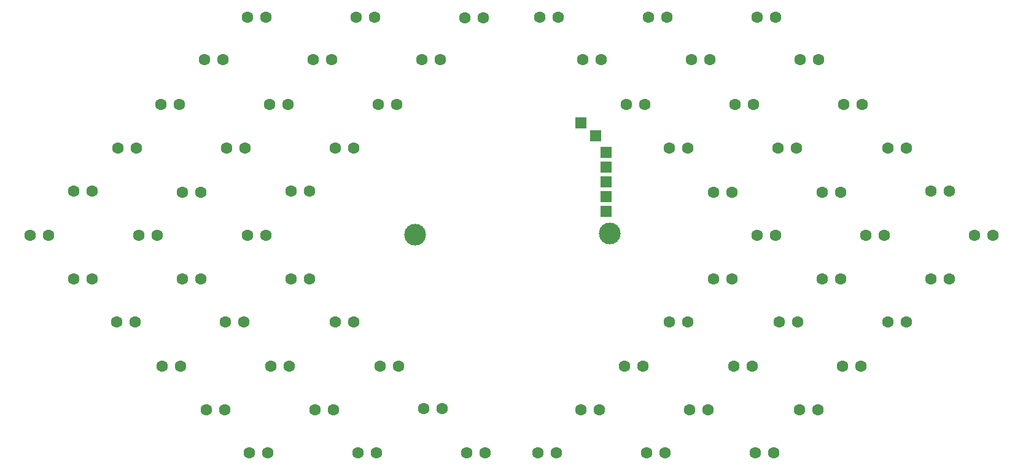
<source format=gts>
%TF.GenerationSoftware,KiCad,Pcbnew,5.1.7-a382d34a8~87~ubuntu20.04.1*%
%TF.CreationDate,2020-10-15T10:11:22+03:00*%
%TF.ProjectId,BL_PCB_latest,424c5f50-4342-45f6-9c61-746573742e6b,rev?*%
%TF.SameCoordinates,Original*%
%TF.FileFunction,Soldermask,Top*%
%TF.FilePolarity,Negative*%
%FSLAX46Y46*%
G04 Gerber Fmt 4.6, Leading zero omitted, Abs format (unit mm)*
G04 Created by KiCad (PCBNEW 5.1.7-a382d34a8~87~ubuntu20.04.1) date 2020-10-15 10:11:22*
%MOMM*%
%LPD*%
G01*
G04 APERTURE LIST*
%ADD10R,1.524000X1.524000*%
%ADD11C,1.600000*%
%ADD12C,3.000000*%
G04 APERTURE END LIST*
D10*
%TO.C,*%
X165989000Y-52959000D03*
%TD*%
%TO.C,*%
X165989000Y-54991000D03*
%TD*%
%TO.C,*%
X165989000Y-57023000D03*
%TD*%
%TO.C,*%
X165989000Y-59055000D03*
%TD*%
%TO.C,*%
X165989000Y-61087000D03*
%TD*%
%TO.C,*%
X162560000Y-48895000D03*
%TD*%
%TO.C,*%
X164592000Y-50673000D03*
%TD*%
D11*
%TO.C,LED30*%
X177292000Y-76327000D03*
X174752000Y-76327000D03*
%TD*%
%TO.C,LED23*%
X159385000Y-34290000D03*
X156845000Y-34290000D03*
%TD*%
%TO.C,LED24*%
X165354000Y-40132000D03*
X162814000Y-40132000D03*
%TD*%
%TO.C,LED25*%
X171323000Y-46355000D03*
X168783000Y-46355000D03*
%TD*%
%TO.C,LED26*%
X177292000Y-52324000D03*
X174752000Y-52324000D03*
%TD*%
%TO.C,LED27*%
X183388000Y-58420000D03*
X180848000Y-58420000D03*
%TD*%
%TO.C,LED28*%
X189357000Y-64389000D03*
X186817000Y-64389000D03*
%TD*%
%TO.C,LED29*%
X183388000Y-70358000D03*
X180848000Y-70358000D03*
%TD*%
%TO.C,LED31*%
X171069000Y-82423000D03*
X168529000Y-82423000D03*
%TD*%
%TO.C,LED32*%
X165100000Y-88392000D03*
X162560000Y-88392000D03*
%TD*%
%TO.C,LED33*%
X159131000Y-94361000D03*
X156591000Y-94361000D03*
%TD*%
%TO.C,LED34*%
X146812000Y-94361000D03*
X149352000Y-94361000D03*
%TD*%
%TO.C,LED35*%
X140843000Y-88265000D03*
X143383000Y-88265000D03*
%TD*%
%TO.C,LED36*%
X134874000Y-82423000D03*
X137414000Y-82423000D03*
%TD*%
%TO.C,LED37*%
X128651000Y-76327000D03*
X131191000Y-76327000D03*
%TD*%
%TO.C,LED38*%
X122555000Y-70358000D03*
X125095000Y-70358000D03*
%TD*%
%TO.C,LED39*%
X116586000Y-64389000D03*
X119126000Y-64389000D03*
%TD*%
%TO.C,LED40*%
X122555000Y-58293000D03*
X125095000Y-58293000D03*
%TD*%
%TO.C,LED41*%
X128651000Y-52324000D03*
X131191000Y-52324000D03*
%TD*%
%TO.C,LED42*%
X134620000Y-46355000D03*
X137160000Y-46355000D03*
%TD*%
%TO.C,LED43*%
X140589000Y-40132000D03*
X143129000Y-40132000D03*
%TD*%
%TO.C,LED44*%
X146558000Y-34417000D03*
X149098000Y-34417000D03*
%TD*%
%TO.C,LED45*%
X131826000Y-94361000D03*
X134366000Y-94361000D03*
%TD*%
%TO.C,LED46*%
X125857000Y-88392000D03*
X128397000Y-88392000D03*
%TD*%
%TO.C,LED47*%
X119761000Y-82423000D03*
X122301000Y-82423000D03*
%TD*%
%TO.C,LED48*%
X113538000Y-76327000D03*
X116078000Y-76327000D03*
%TD*%
%TO.C,LED49*%
X107569000Y-70358000D03*
X110109000Y-70358000D03*
%TD*%
%TO.C,LED50*%
X101600000Y-64389000D03*
X104140000Y-64389000D03*
%TD*%
%TO.C,LED51*%
X107569000Y-58420000D03*
X110109000Y-58420000D03*
%TD*%
%TO.C,LED52*%
X113665000Y-52324000D03*
X116205000Y-52324000D03*
%TD*%
%TO.C,LED53*%
X119634000Y-46355000D03*
X122174000Y-46355000D03*
%TD*%
%TO.C,LED54*%
X125603000Y-40132000D03*
X128143000Y-40132000D03*
%TD*%
%TO.C,LED55*%
X131572000Y-34290000D03*
X134112000Y-34290000D03*
%TD*%
%TO.C,LED56*%
X116840000Y-94361000D03*
X119380000Y-94361000D03*
%TD*%
%TO.C,LED57*%
X110871000Y-88392000D03*
X113411000Y-88392000D03*
%TD*%
%TO.C,LED58*%
X104775000Y-82423000D03*
X107315000Y-82423000D03*
%TD*%
%TO.C,LED59*%
X98552000Y-76327000D03*
X101092000Y-76327000D03*
%TD*%
%TO.C,LED60*%
X92583000Y-70358000D03*
X95123000Y-70358000D03*
%TD*%
%TO.C,LED61*%
X86614000Y-64389000D03*
X89154000Y-64389000D03*
%TD*%
%TO.C,LED62*%
X92583000Y-58293000D03*
X95123000Y-58293000D03*
%TD*%
%TO.C,LED63*%
X98679000Y-52324000D03*
X101219000Y-52324000D03*
%TD*%
%TO.C,LED64*%
X104648000Y-46355000D03*
X107188000Y-46355000D03*
%TD*%
%TO.C,LED65*%
X110617000Y-40132000D03*
X113157000Y-40132000D03*
%TD*%
%TO.C,LED66*%
X116586000Y-34290000D03*
X119126000Y-34290000D03*
%TD*%
%TO.C,LED7*%
X213360000Y-70358000D03*
X210820000Y-70358000D03*
%TD*%
%TO.C,LED2*%
X195326000Y-40132000D03*
X192786000Y-40132000D03*
%TD*%
%TO.C,LED10*%
X195199000Y-88392000D03*
X192659000Y-88392000D03*
%TD*%
%TO.C,LED9*%
X201168000Y-82423000D03*
X198628000Y-82423000D03*
%TD*%
%TO.C,LED8*%
X207391000Y-76327000D03*
X204851000Y-76327000D03*
%TD*%
%TO.C,LED11*%
X189103000Y-94361000D03*
X186563000Y-94361000D03*
%TD*%
%TO.C,LED6*%
X219329000Y-64389000D03*
X216789000Y-64389000D03*
%TD*%
%TO.C,LED5*%
X213360000Y-58293000D03*
X210820000Y-58293000D03*
%TD*%
%TO.C,LED4*%
X207391000Y-52324000D03*
X204851000Y-52324000D03*
%TD*%
%TO.C,LED3*%
X201295000Y-46355000D03*
X198755000Y-46355000D03*
%TD*%
%TO.C,LED1*%
X189357000Y-34290000D03*
X186817000Y-34290000D03*
%TD*%
%TO.C,LED12*%
X174117000Y-94361000D03*
X171577000Y-94361000D03*
%TD*%
%TO.C,LED13*%
X180086000Y-88392000D03*
X177546000Y-88392000D03*
%TD*%
%TO.C,LED14*%
X186182000Y-82423000D03*
X183642000Y-82423000D03*
%TD*%
%TO.C,LED15*%
X192405000Y-76327000D03*
X189865000Y-76327000D03*
%TD*%
%TO.C,LED16*%
X198374000Y-70358000D03*
X195834000Y-70358000D03*
%TD*%
%TO.C,LED17*%
X204343000Y-64389000D03*
X201803000Y-64389000D03*
%TD*%
%TO.C,LED18*%
X198374000Y-58420000D03*
X195834000Y-58420000D03*
%TD*%
%TO.C,LED19*%
X192278000Y-52324000D03*
X189738000Y-52324000D03*
%TD*%
%TO.C,LED20*%
X186309000Y-46355000D03*
X183769000Y-46355000D03*
%TD*%
%TO.C,LED21*%
X180340000Y-40132000D03*
X177800000Y-40132000D03*
%TD*%
%TO.C,LED22*%
X174371000Y-34290000D03*
X171831000Y-34290000D03*
%TD*%
D12*
%TO.C,*%
X139700000Y-64262000D03*
%TD*%
%TO.C,*%
X166497000Y-64135000D03*
%TD*%
M02*

</source>
